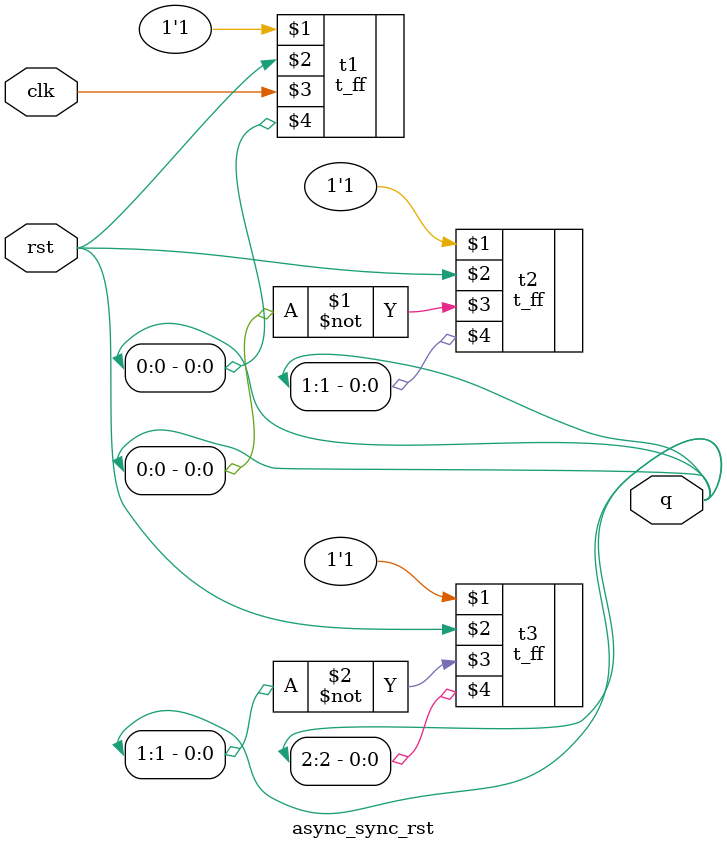
<source format=v>
module async_sync_rst (
	input clk, rst,
	output [2:0] q
);

t_ff t1 (1'b1, rst, clk, q[0]);
t_ff t2 (1'b1, rst, ~q[0], q[1]);
t_ff t3 (1'b1, rst, ~q[1], q[2]);

endmodule

</source>
